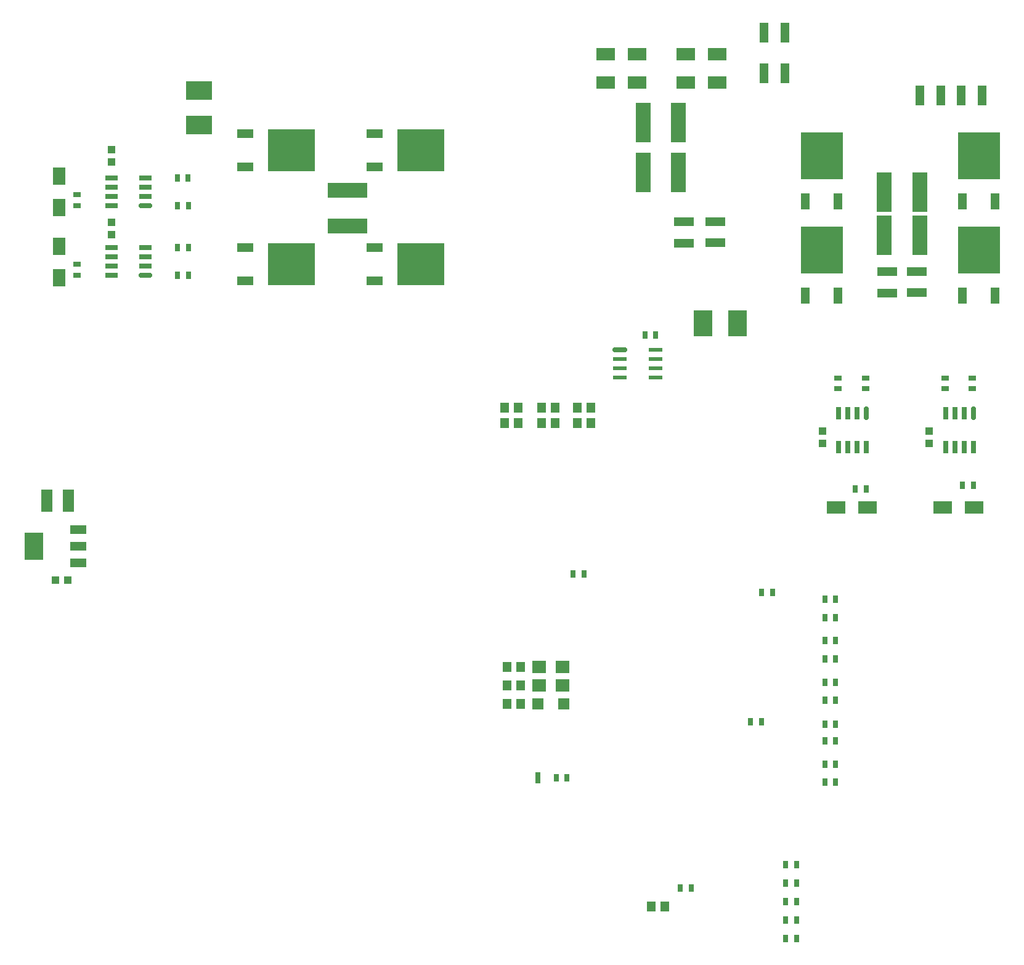
<source format=gtp>
%FSLAX25Y25*%
%MOIN*%
G70*
G01*
G75*
G04 Layer_Color=8421504*
G04:AMPARAMS|DCode=10|XSize=43.31mil|YSize=39.37mil|CornerRadius=0mil|HoleSize=0mil|Usage=FLASHONLY|Rotation=90.000|XOffset=0mil|YOffset=0mil|HoleType=Round|Shape=RoundedRectangle|*
%AMROUNDEDRECTD10*
21,1,0.04331,0.03937,0,0,90.0*
21,1,0.04331,0.03937,0,0,90.0*
1,1,0.00000,0.01969,0.02165*
1,1,0.00000,0.01969,-0.02165*
1,1,0.00000,-0.01969,-0.02165*
1,1,0.00000,-0.01969,0.02165*
%
%ADD10ROUNDEDRECTD10*%
%ADD11R,0.04500X0.05300*%
%ADD12R,0.04100X0.03000*%
%ADD13R,0.03000X0.04100*%
%ADD14R,0.05118X0.10630*%
%ADD15R,0.07795X0.02362*%
G04:AMPARAMS|DCode=16|XSize=23.62mil|YSize=77.95mil|CornerRadius=0mil|HoleSize=0mil|Usage=FLASHONLY|Rotation=270.000|XOffset=0mil|YOffset=0mil|HoleType=Round|Shape=Octagon|*
%AMOCTAGOND16*
4,1,8,0.03898,0.00591,0.03898,-0.00591,0.03307,-0.01181,-0.03307,-0.01181,-0.03898,-0.00591,-0.03898,0.00591,-0.03307,0.01181,0.03307,0.01181,0.03898,0.00591,0.0*
%
%ADD16OCTAGOND16*%

%ADD17R,0.13976X0.10236*%
%ADD18R,0.05906X0.05906*%
G04:AMPARAMS|DCode=19|XSize=118.11mil|YSize=61.02mil|CornerRadius=0mil|HoleSize=0mil|Usage=FLASHONLY|Rotation=270.000|XOffset=0mil|YOffset=0mil|HoleType=Round|Shape=RoundedRectangle|*
%AMROUNDEDRECTD19*
21,1,0.11811,0.06102,0,0,270.0*
21,1,0.11811,0.06102,0,0,270.0*
1,1,0.00000,-0.03051,-0.05906*
1,1,0.00000,-0.03051,0.05906*
1,1,0.00000,0.03051,0.05906*
1,1,0.00000,0.03051,-0.05906*
%
%ADD19ROUNDEDRECTD19*%
G04:AMPARAMS|DCode=20|XSize=43.31mil|YSize=39.37mil|CornerRadius=0mil|HoleSize=0mil|Usage=FLASHONLY|Rotation=180.000|XOffset=0mil|YOffset=0mil|HoleType=Round|Shape=RoundedRectangle|*
%AMROUNDEDRECTD20*
21,1,0.04331,0.03937,0,0,180.0*
21,1,0.04331,0.03937,0,0,180.0*
1,1,0.00000,-0.02165,0.01969*
1,1,0.00000,0.02165,0.01969*
1,1,0.00000,0.02165,-0.01969*
1,1,0.00000,-0.02165,-0.01969*
%
%ADD20ROUNDEDRECTD20*%
%ADD21R,0.10433X0.06890*%
%ADD22R,0.04724X0.08661*%
%ADD23R,0.22835X0.25197*%
%ADD24R,0.03150X0.06299*%
%ADD25R,0.07874X0.21260*%
%ADD26R,0.10630X0.05118*%
%ADD27R,0.10000X0.15000*%
%ADD28R,0.09000X0.05000*%
%ADD29R,0.04500X0.05500*%
%ADD30R,0.07800X0.07000*%
%ADD31R,0.07008X0.02638*%
G04:AMPARAMS|DCode=32|XSize=26.38mil|YSize=70.08mil|CornerRadius=0mil|HoleSize=0mil|Usage=FLASHONLY|Rotation=90.000|XOffset=0mil|YOffset=0mil|HoleType=Round|Shape=Octagon|*
%AMOCTAGOND32*
4,1,8,-0.03504,-0.00660,-0.03504,0.00660,-0.02845,0.01319,0.02845,0.01319,0.03504,0.00660,0.03504,-0.00660,0.02845,-0.01319,-0.02845,-0.01319,-0.03504,-0.00660,0.0*
%
%ADD32OCTAGOND32*%

%ADD33R,0.21260X0.07874*%
%ADD34R,0.06890X0.09646*%
%ADD35C,0.04921*%
%ADD36C,0.05000*%
%ADD37O,0.01400X0.00700*%
%ADD38C,0.03500*%
%ADD39O,0.00700X0.01400*%
%ADD40R,0.08661X0.04724*%
%ADD41R,0.25197X0.22835*%
%ADD42R,0.10236X0.13976*%
%ADD43R,0.02638X0.07008*%
G04:AMPARAMS|DCode=44|XSize=26.38mil|YSize=70.08mil|CornerRadius=0mil|HoleSize=0mil|Usage=FLASHONLY|Rotation=180.000|XOffset=0mil|YOffset=0mil|HoleType=Round|Shape=Octagon|*
%AMOCTAGOND44*
4,1,8,0.00660,-0.03504,-0.00660,-0.03504,-0.01319,-0.02845,-0.01319,0.02845,-0.00660,0.03504,0.00660,0.03504,0.01319,0.02845,0.01319,-0.02845,0.00660,-0.03504,0.0*
%
%ADD44OCTAGOND44*%

%ADD45R,0.07800X0.07000*%
%ADD46R,0.05906X0.05906*%
%ADD47C,0.02362*%
%ADD48C,0.16500*%
%ADD49C,0.09843*%
%ADD50R,0.08661X0.07480*%
%ADD51C,0.08268*%
%ADD52O,0.08268X0.07480*%
%ADD53C,0.18779*%
%ADD54C,0.08661*%
%ADD55C,0.12200*%
%ADD56O,0.08661X0.07480*%
%ADD57C,0.11811*%
%ADD58C,0.15748*%
%ADD59C,0.00600*%
%ADD60C,0.00787*%
%ADD61C,0.00500*%
%ADD62C,0.00800*%
%ADD63C,0.00787*%
%ADD64C,0.01000*%
%ADD65C,0.01200*%
D10*
X-228600Y164854D02*
D03*
Y171546D02*
D03*
X155900Y51653D02*
D03*
Y58346D02*
D03*
X-228600Y204053D02*
D03*
Y210747D02*
D03*
X213535Y51654D02*
D03*
Y58346D02*
D03*
D11*
X30674Y62800D02*
D03*
X23380D02*
D03*
X11320D02*
D03*
X4027D02*
D03*
X-8726D02*
D03*
X-16020D02*
D03*
X23380Y71100D02*
D03*
X30674D02*
D03*
X4027D02*
D03*
X11320D02*
D03*
X-16020D02*
D03*
X-8726D02*
D03*
X-14689Y-89055D02*
D03*
X-7395D02*
D03*
X-14689Y-79055D02*
D03*
X-7395D02*
D03*
X-14689Y-69055D02*
D03*
X-7395D02*
D03*
D12*
X222400Y87197D02*
D03*
Y81403D02*
D03*
X237035Y87243D02*
D03*
Y81450D02*
D03*
X-247400Y180600D02*
D03*
Y186400D02*
D03*
Y142900D02*
D03*
Y148700D02*
D03*
X179400Y87243D02*
D03*
Y81450D02*
D03*
X164400Y87197D02*
D03*
Y81403D02*
D03*
D13*
X65700Y110400D02*
D03*
X59900D02*
D03*
X-187157Y157900D02*
D03*
X-192950D02*
D03*
X141903Y-196055D02*
D03*
X136103D02*
D03*
X163055Y-32655D02*
D03*
X157261D02*
D03*
Y-109255D02*
D03*
X163055D02*
D03*
X157261Y-131655D02*
D03*
X163055D02*
D03*
X157261Y-87155D02*
D03*
X163055D02*
D03*
X157261Y-64855D02*
D03*
X163055D02*
D03*
X157261Y-42655D02*
D03*
X163055D02*
D03*
Y-100055D02*
D03*
X157261D02*
D03*
X163055Y-121755D02*
D03*
X157261D02*
D03*
X163055Y-77655D02*
D03*
X157261D02*
D03*
X163055Y-54855D02*
D03*
X157261D02*
D03*
X141897Y-186055D02*
D03*
X136103D02*
D03*
X141897Y-176055D02*
D03*
X136103D02*
D03*
X141897Y-216055D02*
D03*
X136103D02*
D03*
X141897Y-206055D02*
D03*
X136103D02*
D03*
X84900Y-189000D02*
D03*
X79100D02*
D03*
X123100Y-29000D02*
D03*
X128900D02*
D03*
X26900Y-19000D02*
D03*
X21100D02*
D03*
X117100Y-99000D02*
D03*
X122900D02*
D03*
X237500Y29000D02*
D03*
X231700D02*
D03*
X179500Y27000D02*
D03*
X173700D02*
D03*
X-187157Y180600D02*
D03*
X-192950D02*
D03*
X-187203Y195600D02*
D03*
X-192997D02*
D03*
X11961Y-129055D02*
D03*
X17755D02*
D03*
X-187157Y142900D02*
D03*
X-192950D02*
D03*
D14*
X208646Y240100D02*
D03*
X220063D02*
D03*
X231039D02*
D03*
X242457D02*
D03*
X135757Y252200D02*
D03*
X124339D02*
D03*
Y274000D02*
D03*
X135757D02*
D03*
D15*
X65705Y102500D02*
D03*
Y97500D02*
D03*
Y92500D02*
D03*
Y87500D02*
D03*
X46295Y97500D02*
D03*
Y92500D02*
D03*
Y87500D02*
D03*
D16*
Y102500D02*
D03*
D17*
X-181200Y242750D02*
D03*
Y224050D02*
D03*
D18*
X2069Y-89055D02*
D03*
D19*
X-252004Y20685D02*
D03*
X-263618D02*
D03*
D20*
X-252465Y-22315D02*
D03*
X-259157D02*
D03*
D21*
X238000Y17000D02*
D03*
X221071D02*
D03*
X180365Y17000D02*
D03*
X163435D02*
D03*
X55565Y247200D02*
D03*
X38635D02*
D03*
X98965D02*
D03*
X82035D02*
D03*
X98965Y262300D02*
D03*
X82035D02*
D03*
X55565D02*
D03*
X38635D02*
D03*
D22*
X231524Y131732D02*
D03*
X249476D02*
D03*
X146524D02*
D03*
X164476D02*
D03*
X146524Y182732D02*
D03*
X164476D02*
D03*
X231524D02*
D03*
X249476D02*
D03*
D23*
X240500Y156535D02*
D03*
X155500D02*
D03*
Y207535D02*
D03*
X240500D02*
D03*
D24*
X1858Y-129055D02*
D03*
D25*
X189354Y187800D02*
D03*
X208646D02*
D03*
X189354Y164300D02*
D03*
X208646D02*
D03*
X58854Y198500D02*
D03*
X78146D02*
D03*
X58854Y225500D02*
D03*
X78146D02*
D03*
D26*
X190917Y144661D02*
D03*
Y133243D02*
D03*
X207083Y133339D02*
D03*
Y144757D02*
D03*
X98000Y160339D02*
D03*
Y171757D02*
D03*
X81000Y171661D02*
D03*
Y160243D02*
D03*
D27*
X-270811Y-3815D02*
D03*
D28*
X-246611Y5185D02*
D03*
Y-3815D02*
D03*
Y-12815D02*
D03*
D29*
X63350Y-199000D02*
D03*
X70650D02*
D03*
D30*
X2708Y-79055D02*
D03*
Y-69055D02*
D03*
D31*
X-228613Y142900D02*
D03*
Y147900D02*
D03*
Y152900D02*
D03*
Y157900D02*
D03*
X-210187Y147900D02*
D03*
Y152900D02*
D03*
Y157900D02*
D03*
X-228613Y180600D02*
D03*
Y185600D02*
D03*
Y190600D02*
D03*
Y195600D02*
D03*
X-210187Y185600D02*
D03*
Y190600D02*
D03*
Y195600D02*
D03*
D32*
Y142900D02*
D03*
Y180600D02*
D03*
D33*
X-101000Y169354D02*
D03*
Y188646D02*
D03*
D34*
X-257000Y179535D02*
D03*
Y196465D02*
D03*
Y141535D02*
D03*
Y158465D02*
D03*
D40*
X-86268Y157876D02*
D03*
Y139924D02*
D03*
Y219376D02*
D03*
Y201424D02*
D03*
X-156268Y157876D02*
D03*
Y139924D02*
D03*
Y219376D02*
D03*
Y201424D02*
D03*
D41*
X-61465Y148900D02*
D03*
Y210400D02*
D03*
X-131465Y148900D02*
D03*
Y210400D02*
D03*
D42*
X91350Y116800D02*
D03*
X110050D02*
D03*
D43*
X237500Y49787D02*
D03*
X232500D02*
D03*
X227500D02*
D03*
X222500D02*
D03*
X232500Y68213D02*
D03*
X227500D02*
D03*
X222500D02*
D03*
X179500Y49787D02*
D03*
X174500D02*
D03*
X169500D02*
D03*
X164500D02*
D03*
X174500Y68213D02*
D03*
X169500D02*
D03*
X164500D02*
D03*
D44*
X237500D02*
D03*
X179500D02*
D03*
D45*
X15208Y-79055D02*
D03*
Y-69055D02*
D03*
D46*
X15848Y-89055D02*
D03*
M02*

</source>
